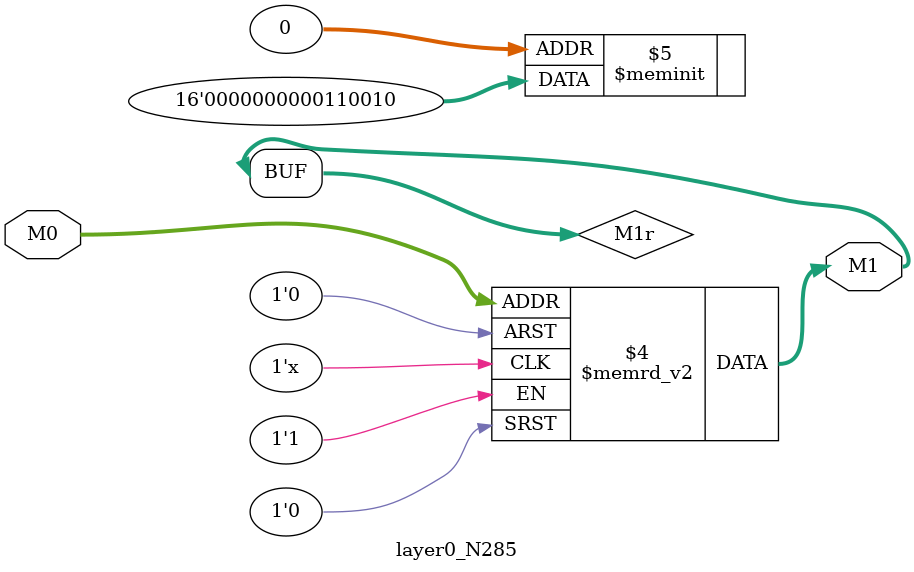
<source format=v>
module layer0_N285 ( input [2:0] M0, output [1:0] M1 );

	(*rom_style = "distributed" *) reg [1:0] M1r;
	assign M1 = M1r;
	always @ (M0) begin
		case (M0)
			3'b000: M1r = 2'b10;
			3'b100: M1r = 2'b00;
			3'b010: M1r = 2'b11;
			3'b110: M1r = 2'b00;
			3'b001: M1r = 2'b00;
			3'b101: M1r = 2'b00;
			3'b011: M1r = 2'b00;
			3'b111: M1r = 2'b00;

		endcase
	end
endmodule

</source>
